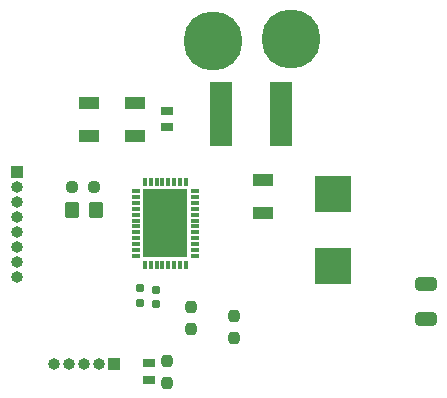
<source format=gbr>
%TF.GenerationSoftware,KiCad,Pcbnew,7.0.9-7.0.9~ubuntu22.04.1*%
%TF.CreationDate,2024-01-17T18:17:55+01:00*%
%TF.ProjectId,driver_seperate,64726976-6572-45f7-9365-706572617465,rev?*%
%TF.SameCoordinates,Original*%
%TF.FileFunction,Soldermask,Top*%
%TF.FilePolarity,Negative*%
%FSLAX46Y46*%
G04 Gerber Fmt 4.6, Leading zero omitted, Abs format (unit mm)*
G04 Created by KiCad (PCBNEW 7.0.9-7.0.9~ubuntu22.04.1) date 2024-01-17 18:17:55*
%MOMM*%
%LPD*%
G01*
G04 APERTURE LIST*
G04 Aperture macros list*
%AMRoundRect*
0 Rectangle with rounded corners*
0 $1 Rounding radius*
0 $2 $3 $4 $5 $6 $7 $8 $9 X,Y pos of 4 corners*
0 Add a 4 corners polygon primitive as box body*
4,1,4,$2,$3,$4,$5,$6,$7,$8,$9,$2,$3,0*
0 Add four circle primitives for the rounded corners*
1,1,$1+$1,$2,$3*
1,1,$1+$1,$4,$5*
1,1,$1+$1,$6,$7*
1,1,$1+$1,$8,$9*
0 Add four rect primitives between the rounded corners*
20,1,$1+$1,$2,$3,$4,$5,0*
20,1,$1+$1,$4,$5,$6,$7,0*
20,1,$1+$1,$6,$7,$8,$9,0*
20,1,$1+$1,$8,$9,$2,$3,0*%
G04 Aperture macros list end*
%ADD10RoundRect,0.250000X-0.650000X0.325000X-0.650000X-0.325000X0.650000X-0.325000X0.650000X0.325000X0*%
%ADD11R,1.860000X5.520000*%
%ADD12R,1.820000X1.020000*%
%ADD13RoundRect,0.237500X-0.237500X0.250000X-0.237500X-0.250000X0.237500X-0.250000X0.237500X0.250000X0*%
%ADD14RoundRect,0.237500X-0.250000X-0.237500X0.250000X-0.237500X0.250000X0.237500X-0.250000X0.237500X0*%
%ADD15R,3.100000X3.050000*%
%ADD16C,5.000000*%
%ADD17R,0.980000X0.780000*%
%ADD18RoundRect,0.250000X0.350000X0.450000X-0.350000X0.450000X-0.350000X-0.450000X0.350000X-0.450000X0*%
%ADD19R,1.000000X1.000000*%
%ADD20O,1.000000X1.000000*%
%ADD21RoundRect,0.160000X-0.160000X0.197500X-0.160000X-0.197500X0.160000X-0.197500X0.160000X0.197500X0*%
%ADD22R,1.820000X1.070000*%
%ADD23RoundRect,0.237500X0.237500X-0.250000X0.237500X0.250000X-0.237500X0.250000X-0.237500X-0.250000X0*%
%ADD24R,0.800000X0.300000*%
%ADD25R,0.300000X0.800000*%
%ADD26R,3.800000X5.800000*%
G04 APERTURE END LIST*
D10*
%TO.C,C6*%
X173482000Y-104849400D03*
X173482000Y-107799400D03*
%TD*%
D11*
%TO.C,C4*%
X156119000Y-90424000D03*
X161179000Y-90424000D03*
%TD*%
D12*
%TO.C,C2*%
X148794400Y-92261800D03*
X148794400Y-89461800D03*
%TD*%
D13*
%TO.C,R2*%
X151511000Y-111355500D03*
X151511000Y-113180500D03*
%TD*%
D14*
%TO.C,R4*%
X143510000Y-96647000D03*
X145335000Y-96647000D03*
%TD*%
D15*
%TO.C,L1*%
X165608000Y-97229200D03*
X165608000Y-103329200D03*
%TD*%
D16*
%TO.C,IN-1*%
X162052000Y-84074000D03*
%TD*%
D17*
%TO.C,C7*%
X149987000Y-111526500D03*
X149987000Y-112926500D03*
%TD*%
D18*
%TO.C,R5*%
X145510000Y-98552000D03*
X143510000Y-98552000D03*
%TD*%
D12*
%TO.C,C5*%
X144933600Y-92306600D03*
X144933600Y-89506600D03*
%TD*%
D19*
%TO.C,J1*%
X138785600Y-95300800D03*
D20*
X138785600Y-96570800D03*
X138785600Y-97840800D03*
X138785600Y-99110800D03*
X138785600Y-100380800D03*
X138785600Y-101650800D03*
X138785600Y-102920800D03*
X138785600Y-104190800D03*
%TD*%
D21*
%TO.C,R6*%
X149225000Y-105193500D03*
X149225000Y-106388500D03*
%TD*%
D22*
%TO.C,C1*%
X159639000Y-96029000D03*
X159639000Y-98789000D03*
%TD*%
D23*
%TO.C,R3*%
X157226000Y-109370500D03*
X157226000Y-107545500D03*
%TD*%
%TO.C,R1*%
X153543000Y-108608500D03*
X153543000Y-106783500D03*
%TD*%
D16*
%TO.C,IN+1*%
X155397200Y-84248800D03*
%TD*%
D21*
%TO.C,R7*%
X150622000Y-105320500D03*
X150622000Y-106515500D03*
%TD*%
D19*
%TO.C,J2*%
X147066000Y-111633000D03*
D20*
X145796000Y-111633000D03*
X144526000Y-111633000D03*
X143256000Y-111633000D03*
X141986000Y-111633000D03*
%TD*%
D17*
%TO.C,C3*%
X151537600Y-90144600D03*
X151537600Y-91544600D03*
%TD*%
D24*
%TO.C,IC1*%
X153884000Y-102445000D03*
X153884000Y-101945000D03*
X153884000Y-101445000D03*
X153884000Y-100945000D03*
X153884000Y-100445000D03*
X153884000Y-99945000D03*
X153884000Y-99445000D03*
X153884000Y-98945000D03*
X153884000Y-98445000D03*
X153884000Y-97945000D03*
X153884000Y-97445000D03*
X153884000Y-96945000D03*
D25*
X153134000Y-96195000D03*
X152634000Y-96195000D03*
X152134000Y-96195000D03*
X151634000Y-96195000D03*
X151134000Y-96195000D03*
X150634000Y-96195000D03*
X150134000Y-96195000D03*
X149634000Y-96195000D03*
D24*
X148884000Y-96945000D03*
X148884000Y-97445000D03*
X148884000Y-97945000D03*
X148884000Y-98445000D03*
X148884000Y-98945000D03*
X148884000Y-99445000D03*
X148884000Y-99945000D03*
X148884000Y-100445000D03*
X148884000Y-100945000D03*
X148884000Y-101445000D03*
X148884000Y-101945000D03*
X148884000Y-102445000D03*
D25*
X149634000Y-103195000D03*
X150134000Y-103195000D03*
X150634000Y-103195000D03*
X151134000Y-103195000D03*
X151634000Y-103195000D03*
X152134000Y-103195000D03*
X152634000Y-103195000D03*
X153134000Y-103195000D03*
D26*
X151384000Y-99695000D03*
%TD*%
M02*

</source>
